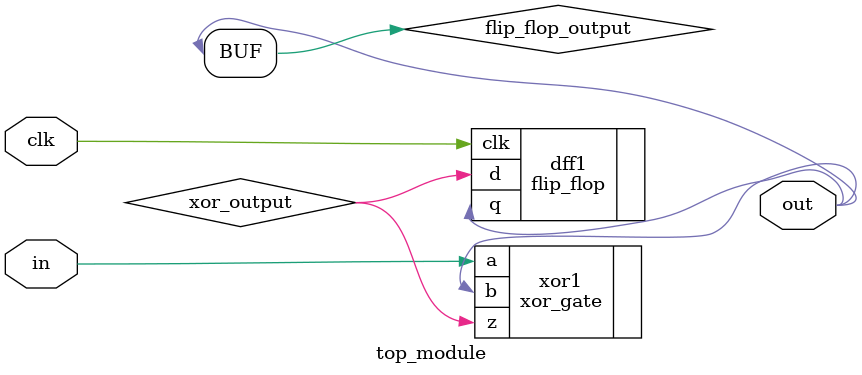
<source format=sv>
module top_module (
	input clk,
	input in,
	output logic out
);
	
	logic xor_output;
	logic flip_flop_output;
	
	xor_gate xor1(.a(in), .b(out), .z(xor_output));
	flip_flop dff1(.clk(clk), .d(xor_output), .q(flip_flop_output));
	
	assign out = flip_flop_output;
	
endmodule

</source>
